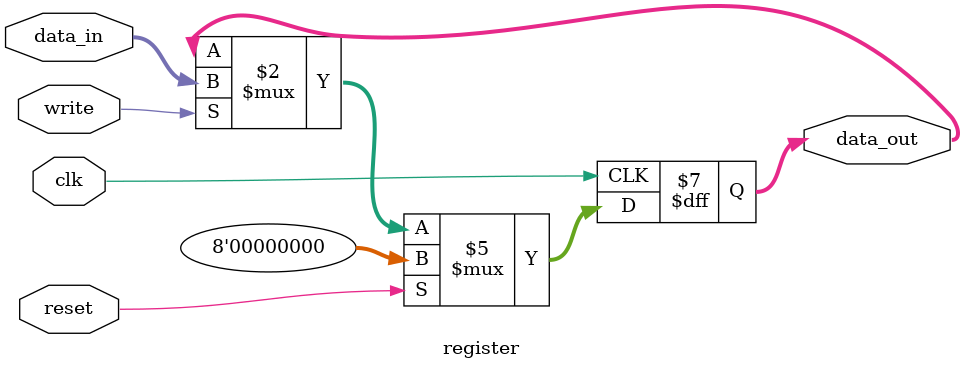
<source format=sv>

module register (
    input logic clk,
    input logic reset,
    input logic write,
    input logic [7:0] data_in,
    output logic [7:0] data_out
);
    
    always_ff @(posedge clk) begin
        if (reset) begin
            data_out <= 8'b0;
        end else if (write) begin
            data_out <= data_in;
        end
    end
endmodule
</source>
